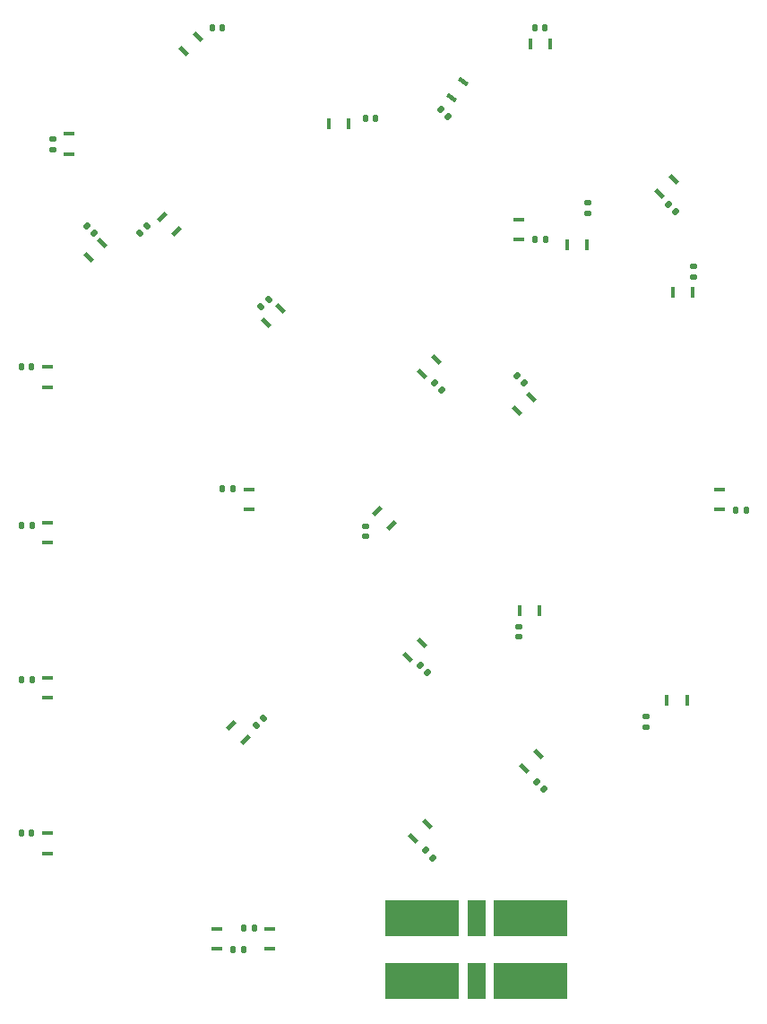
<source format=gbp>
G04 #@! TF.GenerationSoftware,KiCad,Pcbnew,7.0.9-unknown-1000.20231106gitacd7d5a.fc37*
G04 #@! TF.CreationDate,2023-11-18T18:08:37-08:00*
G04 #@! TF.ProjectId,strange-parts-sao,73747261-6e67-4652-9d70-617274732d73,rev?*
G04 #@! TF.SameCoordinates,Original*
G04 #@! TF.FileFunction,Paste,Bot*
G04 #@! TF.FilePolarity,Positive*
%FSLAX46Y46*%
G04 Gerber Fmt 4.6, Leading zero omitted, Abs format (unit mm)*
G04 Created by KiCad (PCBNEW 7.0.9-unknown-1000.20231106gitacd7d5a.fc37) date 2023-11-18 18:08:37*
%MOMM*%
%LPD*%
G01*
G04 APERTURE LIST*
G04 Aperture macros list*
%AMRoundRect*
0 Rectangle with rounded corners*
0 $1 Rounding radius*
0 $2 $3 $4 $5 $6 $7 $8 $9 X,Y pos of 4 corners*
0 Add a 4 corners polygon primitive as box body*
4,1,4,$2,$3,$4,$5,$6,$7,$8,$9,$2,$3,0*
0 Add four circle primitives for the rounded corners*
1,1,$1+$1,$2,$3*
1,1,$1+$1,$4,$5*
1,1,$1+$1,$6,$7*
1,1,$1+$1,$8,$9*
0 Add four rect primitives between the rounded corners*
20,1,$1+$1,$2,$3,$4,$5,0*
20,1,$1+$1,$4,$5,$6,$7,0*
20,1,$1+$1,$6,$7,$8,$9,0*
20,1,$1+$1,$8,$9,$2,$3,0*%
%AMRotRect*
0 Rectangle, with rotation*
0 The origin of the aperture is its center*
0 $1 length*
0 $2 width*
0 $3 Rotation angle, in degrees counterclockwise*
0 Add horizontal line*
21,1,$1,$2,0,0,$3*%
G04 Aperture macros list end*
%ADD10R,1.000000X0.400000*%
%ADD11RoundRect,0.147500X0.226274X0.017678X0.017678X0.226274X-0.226274X-0.017678X-0.017678X-0.226274X0*%
%ADD12RotRect,1.000000X0.400000X315.000000*%
%ADD13RotRect,1.000000X0.400000X145.000000*%
%ADD14RotRect,1.000000X0.400000X135.000000*%
%ADD15RoundRect,0.147500X0.147500X0.172500X-0.147500X0.172500X-0.147500X-0.172500X0.147500X-0.172500X0*%
%ADD16R,6.908800X3.454400*%
%ADD17R,1.727200X3.454400*%
%ADD18RoundRect,0.147500X-0.226274X-0.017678X-0.017678X-0.226274X0.226274X0.017678X0.017678X0.226274X0*%
%ADD19RoundRect,0.147500X-0.172500X0.147500X-0.172500X-0.147500X0.172500X-0.147500X0.172500X0.147500X0*%
%ADD20RoundRect,0.147500X-0.147500X-0.172500X0.147500X-0.172500X0.147500X0.172500X-0.147500X0.172500X0*%
%ADD21RoundRect,0.147500X0.172500X-0.147500X0.172500X0.147500X-0.172500X0.147500X-0.172500X-0.147500X0*%
%ADD22R,0.400000X1.000000*%
%ADD23RotRect,1.000000X0.400000X45.000000*%
%ADD24RoundRect,0.147500X-0.017678X0.226274X-0.226274X0.017678X0.017678X-0.226274X0.226274X-0.017678X0*%
%ADD25RoundRect,0.147500X0.017678X-0.226274X0.226274X-0.017678X-0.017678X0.226274X-0.226274X0.017678X0*%
%ADD26RotRect,1.000000X0.400000X225.000000*%
G04 APERTURE END LIST*
D10*
G04 #@! TO.C,D10*
X133500000Y-97550000D03*
X133500000Y-99450000D03*
G04 #@! TD*
G04 #@! TO.C,D1*
X91000000Y-140950000D03*
X91000000Y-139050000D03*
G04 #@! TD*
G04 #@! TO.C,D12*
X89000000Y-99450000D03*
X89000000Y-97550000D03*
G04 #@! TD*
D11*
G04 #@! TO.C,R4*
X116842947Y-125842947D03*
X116157053Y-125157053D03*
G04 #@! TD*
D12*
G04 #@! TO.C,D22*
X73828249Y-75671751D03*
X75171751Y-74328249D03*
G04 #@! TD*
D13*
G04 #@! TO.C,D17*
X109216649Y-59050055D03*
X108126853Y-60606443D03*
G04 #@! TD*
D14*
G04 #@! TO.C,D9*
X105378858Y-112035356D03*
X104035356Y-113378858D03*
G04 #@! TD*
D10*
G04 #@! TO.C,D2*
X86000000Y-139050000D03*
X86000000Y-140950000D03*
G04 #@! TD*
D15*
G04 #@! TO.C,R2*
X88485000Y-141000000D03*
X87515000Y-141000000D03*
G04 #@! TD*
D11*
G04 #@! TO.C,R17*
X107842947Y-62342947D03*
X107157053Y-61657053D03*
G04 #@! TD*
D10*
G04 #@! TO.C,D14*
X114500000Y-72100000D03*
X114500000Y-74000000D03*
G04 #@! TD*
D11*
G04 #@! TO.C,R13*
X129342947Y-71342947D03*
X128657053Y-70657053D03*
G04 #@! TD*
D16*
G04 #@! TO.C,X1*
X105369200Y-138022800D03*
X105369200Y-144017200D03*
D17*
X110500000Y-138022800D03*
X110500000Y-144017200D03*
D16*
X115630800Y-138022800D03*
X115630800Y-144017200D03*
G04 #@! TD*
D10*
G04 #@! TO.C,D18*
X72000000Y-65899999D03*
X72000000Y-63999999D03*
G04 #@! TD*
D14*
G04 #@! TO.C,D13*
X129171751Y-68328249D03*
X127828249Y-69671751D03*
G04 #@! TD*
D18*
G04 #@! TO.C,R22*
X73657053Y-72657053D03*
X74342947Y-73342947D03*
G04 #@! TD*
D19*
G04 #@! TO.C,R24*
X131000000Y-76515000D03*
X131000000Y-77485000D03*
G04 #@! TD*
D10*
G04 #@! TO.C,D7*
X69970000Y-131950000D03*
X69970000Y-130050000D03*
G04 #@! TD*
D19*
G04 #@! TO.C,R20*
X121000000Y-70515000D03*
X121000000Y-71485000D03*
G04 #@! TD*
D20*
G04 #@! TO.C,R27*
X67515000Y-115500000D03*
X68485000Y-115500000D03*
G04 #@! TD*
D14*
G04 #@! TO.C,D19*
X106671751Y-85328249D03*
X105328249Y-86671751D03*
G04 #@! TD*
D10*
G04 #@! TO.C,D27*
X70000000Y-117266665D03*
X70000000Y-115366665D03*
G04 #@! TD*
D21*
G04 #@! TO.C,R25*
X100000000Y-101985000D03*
X100000000Y-101015000D03*
G04 #@! TD*
D15*
G04 #@! TO.C,R10*
X135985000Y-99500000D03*
X135015000Y-99500000D03*
G04 #@! TD*
D11*
G04 #@! TO.C,R3*
X106342947Y-132342947D03*
X105657053Y-131657053D03*
G04 #@! TD*
D15*
G04 #@! TO.C,R14*
X117000000Y-74000000D03*
X116030000Y-74000000D03*
G04 #@! TD*
D20*
G04 #@! TO.C,R26*
X67530000Y-101000000D03*
X68500000Y-101000000D03*
G04 #@! TD*
G04 #@! TO.C,R11*
X67500000Y-86000000D03*
X68470000Y-86000000D03*
G04 #@! TD*
D15*
G04 #@! TO.C,R21*
X100985000Y-62500000D03*
X100015000Y-62500000D03*
G04 #@! TD*
D14*
G04 #@! TO.C,D3*
X105843502Y-129156498D03*
X104500000Y-130500000D03*
G04 #@! TD*
D22*
G04 #@! TO.C,D20*
X119050000Y-74500000D03*
X120950000Y-74500000D03*
G04 #@! TD*
G04 #@! TO.C,D21*
X96550000Y-63000000D03*
X98450000Y-63000000D03*
G04 #@! TD*
D10*
G04 #@! TO.C,D11*
X69985000Y-87899999D03*
X69985000Y-85999999D03*
G04 #@! TD*
D12*
G04 #@! TO.C,D16*
X90656498Y-81843502D03*
X92000000Y-80500000D03*
G04 #@! TD*
D20*
G04 #@! TO.C,R1*
X88515000Y-139000000D03*
X89485000Y-139000000D03*
G04 #@! TD*
G04 #@! TO.C,R7*
X67500000Y-130000000D03*
X68470000Y-130000000D03*
G04 #@! TD*
D23*
G04 #@! TO.C,D29*
X82171751Y-73171751D03*
X80828249Y-71828249D03*
G04 #@! TD*
G04 #@! TO.C,D25*
X102500000Y-101000000D03*
X101156498Y-99656498D03*
G04 #@! TD*
D24*
G04 #@! TO.C,R6*
X90342947Y-119157053D03*
X89657053Y-119842947D03*
G04 #@! TD*
D20*
G04 #@! TO.C,R15*
X116015000Y-54000000D03*
X116985000Y-54000000D03*
G04 #@! TD*
D21*
G04 #@! TO.C,R18*
X70500000Y-65485000D03*
X70500000Y-64515000D03*
G04 #@! TD*
D12*
G04 #@! TO.C,D23*
X114328249Y-90171751D03*
X115671751Y-88828249D03*
G04 #@! TD*
D15*
G04 #@! TO.C,R28*
X86485000Y-54000000D03*
X85515000Y-54000000D03*
G04 #@! TD*
D25*
G04 #@! TO.C,R16*
X90157053Y-80342947D03*
X90842947Y-79657053D03*
G04 #@! TD*
D10*
G04 #@! TO.C,D26*
X70000000Y-102583332D03*
X70000000Y-100683332D03*
G04 #@! TD*
D22*
G04 #@! TO.C,D24*
X129050000Y-79000000D03*
X130950000Y-79000000D03*
G04 #@! TD*
D21*
G04 #@! TO.C,R5*
X126500000Y-119985000D03*
X126500000Y-119015000D03*
G04 #@! TD*
D12*
G04 #@! TO.C,D28*
X82828249Y-56171751D03*
X84171751Y-54828249D03*
G04 #@! TD*
D22*
G04 #@! TO.C,D15*
X115600001Y-55500000D03*
X117500001Y-55500000D03*
G04 #@! TD*
D18*
G04 #@! TO.C,R23*
X114314106Y-86814106D03*
X115000000Y-87500000D03*
G04 #@! TD*
D11*
G04 #@! TO.C,R9*
X105842947Y-114842947D03*
X105157053Y-114157053D03*
G04 #@! TD*
D22*
G04 #@! TO.C,D5*
X130400000Y-117500000D03*
X128500000Y-117500000D03*
G04 #@! TD*
D25*
G04 #@! TO.C,R29*
X78657053Y-73342947D03*
X79342947Y-72657053D03*
G04 #@! TD*
D22*
G04 #@! TO.C,D8*
X116450000Y-109000000D03*
X114550000Y-109000000D03*
G04 #@! TD*
D21*
G04 #@! TO.C,R8*
X114500000Y-111485000D03*
X114500000Y-110515000D03*
G04 #@! TD*
D11*
G04 #@! TO.C,R19*
X107185894Y-88185894D03*
X106500000Y-87500000D03*
G04 #@! TD*
D14*
G04 #@! TO.C,D4*
X116378858Y-122535356D03*
X115035356Y-123878858D03*
G04 #@! TD*
D26*
G04 #@! TO.C,D6*
X87328249Y-119828249D03*
X88671751Y-121171751D03*
G04 #@! TD*
D20*
G04 #@! TO.C,R12*
X86515000Y-97500000D03*
X87485000Y-97500000D03*
G04 #@! TD*
M02*

</source>
